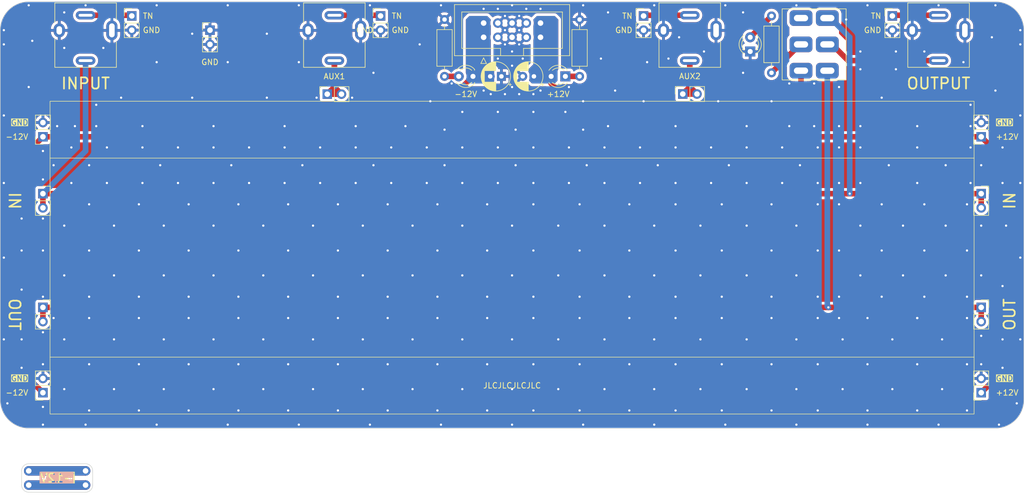
<source format=kicad_pcb>
(kicad_pcb (version 20221018) (generator pcbnew)
  (layers (0 "F.Cu" signal) (31 "B.Cu" signal) (34 "B.Paste" user) (35 "F.Paste" user) (36 "B.SilkS" user "B.Silkscreen") (37 "F.SilkS" user "F.Silkscreen") (38 "B.Mask" user) (39 "F.Mask" user) (44 "Edge.Cuts" user))
  (net 0 "")
  (net 1 "+12V")
  (net 2 "GND")
  (net 3 "-12V")
  (net 4 "Net-(D1-K)")
  (net 5 "/1x Breadboard (Eurorack Power)/TN_IN")
  (net 6 "/1x Breadboard (Eurorack Power)/TN_OUT")
  (net 7 "/1x Breadboard (Eurorack Power)/AUX1")
  (net 8 "/1x Breadboard (Eurorack Power)/TN_AUX1")
  (net 9 "/1x Breadboard (Eurorack Power)/AUX2")
  (net 10 "/1x Breadboard (Eurorack Power)/TN_AUX2")
  (net 11 "/1x Breadboard (Eurorack Power)/INPUT")
  (net 12 "/1x Breadboard (Eurorack Power)/OUTPUT")
  (net 13 "/1x Breadboard (Eurorack Power)/TO_OUT")
  (net 14 "Net-(D2-A)")
  (net 15 "Net-(D3-A)")
  (net 16 "/1x Breadboard (Eurorack Power)/EN")
  (net 18 "Net-(J16-Pin_1)")
  (net 19 "Net-(J16-Pin_2)")
  (footprint "Connector_PinSocket_2.54mm:PinSocket_1x02_P2.54mm_Vertical" (layer "F.Cu") (at 68.58 125.73 180)
    (fp_text reference "J9" hide)
    (fp_text value "-12V")
  )
  (footprint "Connector_PinSocket_2.54mm:PinSocket_1x02_P2.54mm_Vertical" (layer "F.Cu") (at 236.22 110.49)
    (fp_text reference "J13" hide)
    (fp_text value "OUT")
  )
  (footprint "Connector_PinSocket_2.54mm:PinSocket_1x02_P2.54mm_Vertical" (layer "F.Cu") (at 236.22 125.73 180)
    (fp_text reference "J7" hide)
    (fp_text value "+12V")
  )
  (footprint "Connector_PinHeader_2.54mm:PinHeader_1x02_P2.54mm_Vertical" (layer "F.Cu") (at 84.455 58.42)
    (fp_text reference "JP1" hide)
    (fp_text value "TN_GND" hide)
  )
  (footprint "Connector_PinHeader_2.54mm:PinHeader_1x02_P2.54mm_Vertical" (layer "F.Cu") (at 220.345 58.42)
    (fp_text reference "JP2" hide)
    (fp_text value "TN_GND" hide)
  )
  (footprint "audio_breadboard:PinSocket_1x02_P2.54mm_Vertical" (layer "F.Cu") (at 66.04 139.7)
    (fp_text reference "J16" hide)
    (fp_text value "Jumper" hide)
  )
  (footprint "Capacitor_THT:CP_Radial_D5.0mm_P2.00mm" (layer "F.Cu") (at 150.495 69.215 180)
    (fp_text reference "C2" hide)
    (fp_text value "100uF" hide)
  )
  (footprint "Connector_PinHeader_2.54mm:PinHeader_1x02_P2.54mm_Vertical" (layer "F.Cu") (at 175.895 58.42)
    (fp_text reference "JP4" hide)
    (fp_text value "TN_GND" hide)
  )
  (footprint "Connector_PinSocket_2.54mm:PinSocket_1x02_P2.54mm_Vertical" (layer "F.Cu") (at 119.38 72.39 90)
    (fp_text reference "J14" hide)
    (fp_text value "AUX1")
  )
  (footprint "LED_THT:LED_D3.0mm" (layer "F.Cu") (at 194.945 64.77 90)
    (fp_text reference "D3" hide)
    (fp_text value "ENABLE" hide)
  )
  (footprint "Connector_PinHeader_2.54mm:PinHeader_1x02_P2.54mm_Vertical" (layer "F.Cu") (at 128.905 58.42)
    (fp_text reference "JP3" hide)
    (fp_text value "TN_GND" hide)
  )
  (footprint "kosmo-lib:Jack_3.5mm_QingPu_WQP-PJ301BM" (layer "F.Cu") (at 228.6 61.595 180)
    (fp_text reference "J3" hide)
    (fp_text value "OUTPUT")
  )
  (footprint "audio_breadboard:PinSocket_1x02_P2.54mm_Vertical" (layer "F.Cu") (at 76.2 139.7)
    (fp_text reference "J17" hide)
    (fp_text value "Jumper" hide)
  )
  (footprint "Connector_PinSocket_2.54mm:PinSocket_1x02_P2.54mm_Vertical" (layer "F.Cu") (at 68.58 80.01 180)
    (fp_text reference "J8" hide)
    (fp_text value "-12V")
  )
  (footprint "Connector_IDC:IDC-Header_2x05_P2.54mm_Vertical" (layer "F.Cu") (at 147.32 62.23 90)
    (fp_text reference "J1" hide)
    (fp_text value "EURO POWER" hide)
  )
  (footprint "LED_THT:LED_D3.0mm" (layer "F.Cu") (at 145.415 69.215 180)
    (fp_text reference "D2" hide)
    (fp_text value "-12V")
  )
  (footprint "kosmo-lib:Jack_3.5mm_QingPu_WQP-PJ301BM" (layer "F.Cu") (at 184.15 61.595 180)
    (fp_text reference "J5" hide)
    (fp_text value "AUX2")
  )
  (footprint "kosmo-lib:Switch_DPDT" (layer "F.Cu") (at 206.375 63.5)
    (fp_text reference "SW1" hide)
    (fp_text value "SW_DPDT_x2")
  )
  (footprint "kosmo-lib:Jack_3.5mm_QingPu_WQP-PJ301BM" (layer "F.Cu") (at 76.2 61.595 180)
    (fp_text reference "J2" hide)
    (fp_text value "INPUT")
  )
  (footprint "kosmo-lib:Jack_3.5mm_QingPu_WQP-PJ301BM" (layer "F.Cu") (at 120.65 61.595 180)
    (fp_text reference "J4" hide)
    (fp_text value "AUX1")
  )
  (footprint "Connector_PinSocket_2.54mm:PinSocket_1x02_P2.54mm_Vertical" (layer "F.Cu") (at 68.58 110.49)
    (fp_text reference "J12" hide)
    (fp_text value "OUT")
  )
  (footprint "LED_THT:LED_D3.0mm" (layer "F.Cu") (at 161.925 69.215 180)
    (fp_text reference "D1" hide)
    (fp_text value "+12V")
  )
  (footprint "Connector_PinSocket_2.54mm:PinSocket_1x02_P2.54mm_Vertical" (layer "F.Cu") (at 236.22 80.01 180)
    (fp_text reference "J6" hide)
    (fp_text value "+12V")
  )
  (footprint "Connector_PinHeader_2.54mm:PinHeader_1x02_P2.54mm_Vertical" (layer "F.Cu") (at 98.425 60.96)
    (fp_text reference "J18" hide)
    (fp_text value "GND")
  )
  (footprint "Resistor_THT:R_Axial_DIN0207_L6.3mm_D2.5mm_P10.16mm_Horizontal" (layer "F.Cu") (at 198.755 68.58 90)
    (fp_text reference "R3" hide)
    (fp_text value "1k2" hide)
  )
  (footprint "Connector_PinSocket_2.54mm:PinSocket_1x02_P2.54mm_Vertical" (layer "F.Cu") (at 182.9 72.365 90)
    (fp_text reference "J15" hide)
    (fp_text value "AUX2")
  )
  (footprint "Capacitor_THT:CP_Radial_D5.0mm_P2.00mm" (layer "F.Cu") (at 156.305 69.215 180)
    (fp_text reference "C1" hide)
    (fp_text value "100uF" hide)
  )
  (footprint "kosmo-lib:Breadboard" (layer "F.Cu") (at 152.4 101.6)
    (fp_text reference "B1" hide)
    (fp_text value "~" hide)
  )
  (footprint "Connector_PinSocket_2.54mm:PinSocket_1x02_P2.54mm_Vertical" (layer "F.Cu") (at 236.22 90.17)
    (fp_text reference "J11" hide)
    (fp_text value "IN")
  )
  (footprint "Connector_PinSocket_2.54mm:PinSocket_1x02_P2.54mm_Vertical" (layer "F.Cu") (at 68.58 90.17)
    (fp_text reference "J10" hide)
    (fp_text value "IN")
  )
  (footprint "Resistor_THT:R_Axial_DIN0207_L6.3mm_D2.5mm_P10.16mm_Horizontal" (layer "F.Cu") (at 164.465 69.215 90)
    (fp_text reference "R1" hide)
    (fp_text value "1k2" hide)
  )
  (footprint "Resistor_THT:R_Axial_DIN0207_L6.3mm_D2.5mm_P10.16mm_Horizontal" (layer "F.Cu") (at 140.335 59.055 -90)
    (fp_text reference "R2" hide)
    (fp_text value "1k2" hide)
  )
  (gr_arc (start 64.77 139.7) (mid 65.141974 138.801974) (end 66.04 138.43) (stroke (width 0.1)) (layer "Edge.Cuts"))
  (gr_line (start 60.96 127) (end 60.96 60.96) (stroke (width 0.1)) (layer "Edge.Cuts"))
  (gr_arc (start 238.760002 55.879998) (mid 242.352104 57.367896) (end 243.840002 60.959998) (stroke (width 0.1)) (layer "Edge.Cuts"))
  (gr_arc (start 76.2 138.43) (mid 77.098026 138.801974) (end 77.47 139.7) (stroke (width 0.1)) (layer "Edge.Cuts"))
  (gr_line (start 66.04 132.08) (end 238.76 132.08) (stroke (width 0.1)) (layer "Edge.Cuts"))
  (gr_line (start 64.77 142.24) (end 64.77 139.7) (stroke (width 0.1)) (layer "Edge.Cuts"))
  (gr_line (start 66.04 55.88) (end 238.760002 55.879998) (stroke (width 0.1)) (layer "Edge.Cuts"))
  (gr_arc (start 77.47 142.24) (mid 77.098026 143.138026) (end 76.2 143.51) (stroke (width 0.1)) (layer "Edge.Cuts"))
  (gr_line (start 243.839998 127.000001) (end 243.84 60.959999) (stroke (width 0.1)) (layer "Edge.Cuts"))
  (gr_arc (start 66.04 132.08) (mid 62.447898 130.592102) (end 60.96 127) (stroke (width 0.1)) (layer "Edge.Cuts"))
  (gr_arc (start 66.04 143.51) (mid 65.141974 143.138026) (end 64.77 142.24) (stroke (width 0.1)) (layer "Edge.Cuts"))
  (gr_line (start 66.04 138.43) (end 76.2 138.43) (stroke (width 0.1)) (layer "Edge.Cuts"))
  (gr_arc (start 60.96 60.96) (mid 62.447898 57.367898) (end 66.04 55.88) (stroke (width 0.1)) (layer "Edge.Cuts"))
  (gr_arc (start 243.84 127) (mid 242.352102 130.592102) (end 238.76 132.08) (stroke (width 0.1)) (layer "Edge.Cuts"))
  (gr_line (start 77.47 139.7) (end 77.47 142.24) (stroke (width 0.1)) (layer "Edge.Cuts"))
  (gr_line (start 76.2 143.51) (end 66.04 143.51) (stroke (width 0.1)) (layer "Edge.Cuts"))
  (gr_text "-12V" (at 71.12 140.97) (layer "B.SilkS" knockout) (effects (font (size 1.5 1.5) (thickness 0.25)) (justify mirror)))
  (gr_text "GND" (at 86.36 60.96) (layer "F.SilkS") (effects (font (size 1 1)) (justify left)))
  (gr_text "JLCJLCJLCJLC" (at 152.4 124.46) (layer "F.SilkS") (effects (font (size 1 1))))
  (gr_text "TN" (at 173.99 58.42) (layer "F.SilkS") (effects (font (size 1 1)) (justify right)))
  (gr_text "GND" (at 130.81 60.96) (layer "F.SilkS") (effects (font (size 1 1)) (justify left)))
  (gr_text "GND" (at 218.44 60.96) (layer "F.SilkS") (effects (font (size 1 1)) (justify right)))
  (gr_text "GND" (at 66.04 77.47) (layer "F.SilkS" knockout) (effects (font (size 1 1)) (justify right)))
  (gr_text "TN" (at 218.44 58.42) (layer "F.SilkS") (effects (font (size 1 1)) (justify right)))
  (gr_text "GND" (at 173.99 60.96) (layer "F.SilkS") (effects (font (size 1 1)) (justify right)))
  (gr_text "GND" (at 238.76 77.47) (layer "F.SilkS" knockout) (effects (font (size 1 1)) (justify left)))
  (gr_text "TN" (at 86.36 58.42) (layer "F.SilkS") (effects (font (size 1 1)) (justify left)))
  (gr_text "GND" (at 124.46 60.96) (layer "F.SilkS") (effects (font (size 1 1)) (justify left)))
  (gr_text "GND" (at 238.76 123.19) (layer "F.SilkS" knockout) (effects (font (size 1 1)) (justify left)))
  (gr_text "+12V" (at 71.12 140.97) (layer "F.SilkS" knockout) (effects (font (size 1.5 1.5) (thickness 0.25))))
  (gr_text "TN" (at 130.81 58.42) (layer "F.SilkS") (effects (font (size 1 1)) (justify left)))
  (gr_text "GND" (at 66.04 123.19) (layer "F.SilkS" knockout) (effects (font (size 1 1)) (justify right)))
  (segment (start 203.835 80.01) (end 168.907208 80.01) (width 1) (layer "F.Cu") (net 1))
  (segment (start 204.0255 79.8195) (end 203.835 80.01) (width 1) (layer "F.Cu") (net 1))
  (segment (start 236.22 80.01) (end 203.835 80.01) (width 1) (layer "F.Cu") (net 1))
  (segment (start 238.125 81.915) (end 238.125 123.825) (width 1) (layer "F.Cu") (net 1))
  (segment (start 236.22 80.01) (end 238.125 81.915) (width 1) (layer "F.Cu") (net 1))
  (segment (start 168.907208 80.01) (end 159.385 70.487792) (width 1) (layer "F.Cu") (net 1))
  (segment (start 204.0255 68.199) (end 204.0255 79.8195) (width 1) (layer "F.Cu") (net 1))
  (segment (start 159.385 70.487792) (end 159.385 69.215) (width 1) (layer "F.Cu") (net 1))
  (segment (start 238.125 123.825) (end 236.22 125.73) (width 1) (layer "F.Cu") (net 1))
  (via (at 164.465 112.395) (size 0.8) (drill 0.4) (layers "F.Cu" "B.Cu") (net 2))
  (via (at 143.51 116.205) (size 0.8) (drill 0.4) (layers "F.Cu" "B.Cu") (net 2))
  (via (at 178.435 85.09) (size 0.8) (drill 0.4) (layers "F.Cu" "B.Cu") (net 2))
  (via (at 153.67 63.5) (size 0.8) (drill 0.4) (layers "F.Cu" "B.Cu") (net 2))
  (via (at 238.76 71.755) (size 0.8) (drill 0.4) (layers "F.Cu" "B.Cu") (net 2))
  (via (at 181.61 100.33) (size 0.8) (drill 0.4) (layers "F.Cu" "B.Cu") (net 2))
  (via (at 68.58 108.585) (size 0.8) (drill 0.4) (layers "F.Cu" "B.Cu") (net 2))
  (via (at 233.045 66.675) (size 0.8) (drill 0.4) (layers "F.Cu" "B.Cu") (net 2))
  (via (at 181.61 120.65) (size 0.8) (drill 0.4) (layers "F.Cu" "B.Cu") (net 2))
  (via (at 130.175 92.075) (size 0.8) (drill 0.4) (layers "F.Cu" "B.Cu") (net 2))
  (via (at 194.31 88.265) (size 0.8) (drill 0.4) (layers "F.Cu" "B.Cu") (net 2))
  (via (at 80.01 81.915) (size 0.8) (drill 0.4) (layers "F.Cu" "B.Cu") (net 2))
  (via (at 112.395 108.585) (size 0.8) (drill 0.4) (layers "F.Cu" "B.Cu") (net 2))
  (via (at 175.26 81.915) (size 0.8) (drill 0.4) (layers "F.Cu" "B.Cu") (net 2))
  (via (at 99.06 116.205) (size 0.8) (drill 0.4) (layers "F.Cu" "B.Cu") (net 2))
  (via (at 149.86 81.915) (size 0.8) (drill 0.4) (layers "F.Cu" "B.Cu") (net 2))
  (via (at 173.355 100.33) (size 0.8) (drill 0.4) (layers "F.Cu" "B.Cu") (net 2))
  (via (at 143.51 75.565) (size 0.8) (drill 0.4) (layers "F.Cu" "B.Cu") (net 2))
  (via (at 207.01 88.265) (size 0.8) (drill 0.4) (layers "F.Cu" "B.Cu") (net 2))
  (via (at 157.48 71.755) (size 0.8) (drill 0.4) (layers "F.Cu" "B.Cu") (net 2))
  (via (at 181.61 92.075) (size 0.8) (drill 0.4) (layers "F.Cu" "B.Cu") (net 2))
  (via (at 168.91 116.205) (size 0.8) (drill 0.4) (layers "F.Cu" "B.Cu") (net 2))
  (via (at 101.6 66.675) (size 0.8) (drill 0.4) (layers "F.Cu" "B.Cu") (net 2))
  (via (at 103.505 108.585) (size 0.8) (drill 0.4) (layers "F.Cu" "B.Cu") (net 2))
  (via (at 121.285 120.65) (size 0.8) (drill 0.4) (layers "F.Cu" "B.Cu") (net 2))
  (via (at 143.51 88.265) (size 0.8) (drill 0.4) (layers "F.Cu" "B.Cu") (net 2))
  (via (at 134.62 116.205) (size 0.8) (drill 0.4) (layers "F.Cu" "B.Cu") (net 2))
  (via (at 210.82 78.105) (size 0.8) (drill 0.4) (layers "F.Cu" "B.Cu") (net 2))
  (via (at 170.815 71.755) (size 0.8) (drill 0.4) (layers "F.Cu" "B.Cu") (net 2))
  (via (at 156.21 112.395) (size 0.8) (drill 0.4) (layers "F.Cu" "B.Cu") (net 2))
  (via (at 152.4 67.31) (size 0.8) (drill 0.4) (layers "F.Cu" "B.Cu") (net 2))
  (via (at 90.17 125.095) (size 0.8) (drill 0.4) (layers "F.Cu" "B.Cu") (net 2))
  (via (at 130.175 128.905) (size 0.8) (drill 0.4) (layers "F.Cu" "B.Cu") (net 2))
  (via (at 233.68 120.65) (size 0.8) (drill 0.4) (layers "F.Cu" "B.Cu") (net 2))
  (via (at 154.305 66.04) (size 0.8) (drill 0.4) (layers "F.Cu" "B.Cu") (net 2))
  (via (at 236.22 115.57) (size 0.8) (drill 0.4) (layers "F.Cu" "B.Cu") (net 2))
  (via (at 164.465 100.33) (size 0.8) (drill 0.4) (layers "F.Cu" "B.Cu") (net 2))
  (via (at 127 131.445) (size 0.8) (drill 0.4) (layers "F.Cu" "B.Cu") (net 2))
  (via (at 99.06 95.885) (size 0.8) (drill 0.4) (layers "F.Cu" "B.Cu") (net 2))
  (via (at 175.26 88.265) (size 0.8) (drill 0.4) (layers "F.Cu" "B.Cu") (net 2))
  (via (at 89.535 85.09) (size 0.8) (drill 0.4) (layers "F.Cu" "B.Cu") (net 2))
  (via (at 72.39 125.095) (size 0.8) (drill 0.4) (layers "F.Cu" "B.Cu") (net 2))
  (via (at 198.755 120.65) (size 0.8) (drill 0.4) (layers "F.Cu" "B.Cu") (net 2))
  (via (at 153.035 78.74) (size 0.8) (drill 0.4) (layers "F.Cu" "B.Cu") (net 2))
  (via (at 78.105 78.105) (size 0.8) (drill 0.4) (layers "F.Cu" "B.Cu") (net 2))
  (via (at 153.035 85.09) (size 0.8) (drill 0.4) (layers "F.Cu" "B.Cu") (net 2))
  (via (at 207.01 92.075) (size 0.8) (drill 0.4) (layers "F.Cu" "B.Cu") (net 2))
  (via (at 198.755 108.585) (size 0.8) (drill 0.4) (layers "F.Cu" "B.Cu") (net 2))
  (via (at 64.77 116.205) (size 0.8) (drill 0.4) (layers "F.Cu" "B.Cu") (net 2))
  (via (at 198.755 100.33) (size 0.8) (drill 0.4) (layers "F.Cu" "B.Cu") (net 2))
  (via (at 224.79 120.65) (size 0.8) (drill 0.4) (layers "F.Cu" "B.Cu") (net 2))
  (via (at 149.86 88.265) (size 0.8) (drill 0.4) (layers "F.Cu" "B.Cu") (net 2))
  (via (at 186.055 104.775) (size 0.8) (drill 0.4) (layers "F.Cu" "B.Cu") (net 2))
  (via (at 116.84 116.205) (size 0.8) (drill 0.4) (layers "F.Cu" "B.Cu") (net 2))
  (via (at 186.055 125.095) (size 0.8) (drill 0.4) (layers "F.Cu" "B.Cu") (net 2))
  (via (at 111.76 78.105) (size 0.8) (drill 0.4) (layers "F.Cu" "B.Cu") (net 2))
  (via (at 190.5 56.515) (size 0.8) (drill 0.4) (layers "F.Cu" "B.Cu") (net 2))
  (via (at 61.595 88.265) (size 0.8) (drill 0.4) (layers "F.Cu" "B.Cu") (net 2))
  (via (at 169.545 78.105) (size 0.8) (drill 0.4) (layers "F.Cu" "B.Cu") (net 2))
  (via (at 72.39 116.205) (size 0.8) (drill 0.4) (layers "F.Cu" "B.Cu") (net 2))
  (via (at 180.34 66.04) (size 0.8) (drill 0.4) (layers "F.Cu" "B.Cu") (net 2))
  (via (at 222.25 95.885) (size 0.8) (drill 0.4) (layers "F.Cu" "B.Cu") (net 2))
  (via (at 240.03 88.265) (size 0.8) (drill 0.4) (layers "F.Cu" "B.Cu") (net 2))
  (via (at 152.4 95.885) (size 0.8) (drill 0.4) (layers "F.Cu" "B.Cu") (net 2))
  (via (at 147.955 112.395) (size 0.8) (drill 0.4) (layers "F.Cu" "B.Cu") (net 2))
  (via (at 168.91 88.265) (size 0.8) (drill 0.4) (layers "F.Cu" "B.Cu") (net 2))
  (via (at 173.355 128.905) (size 0.8) (drill 0.4) (layers "F.Cu" "B.Cu") (net 2))
  (via (at 86.36 81.915) (size 0.8) (drill 0.4) (layers "F.Cu" "B.Cu") (net 2))
  (via (at 68.58 87.63) (size 0.8) (drill 0.4) (layers "F.Cu" "B.Cu") (net 2))
  (via (at 68.58 94.615) (size 0.8) (drill 0.4) (layers "F.Cu" "B.Cu") (net 2))
  (via (at 127.635 68.58) (size 0.8) (drill 0.4) (layers "F.Cu" "B.Cu") (net 2))
  (via (at 224.79 81.915) (size 0.8) (drill 0.4) (layers "F.Cu" "B.Cu") (net 2))
  (via (at 186.055 116.205) (size 0.8) (drill 0.4) (layers "F.Cu" "B.Cu") (net 2))
  (via (at 72.39 57.785) (size 0.8) (drill 0.4) (layers "F.Cu" "B.Cu") (net 2))
  (via (at 152.4 125.095) (size 0.8) (drill 0.4) (layers "F.Cu" "B.Cu") (net 2))
  (via (at 162.56 71.12) (size 0.8) (drill 0.4) (layers "F.Cu" "B.Cu") (net 2))
  (via (at 130.175 120.65) (size 0.8) (drill 0.4) (layers "F.Cu" "B.Cu") (net 2))
  (via (at 124.46 81.915) (size 0.8) (drill 0.4) (layers "F.Cu" "B.Cu") (net 2))
  (via (at 88.9 66.675) (size 0.8) (drill 0.4) (layers "F.Cu" "B.Cu") (net 2))
  (via (at 70.485 112.395) (size 0.8) (drill 0.4) (layers "F.Cu" "B.Cu") (net 2))
  (via (at 61.595 116.205) (size 0.8) (drill 0.4) (layers "F.Cu" "B.Cu") (net 2))
  (via (at 240.03 116.205) (size 0.8) (drill 0.4) (layers "F.Cu" "B.Cu") (net 2))
  (via (at 68.58 128.27) (size 0.8) (drill 0.4) (layers "F.Cu" "B.Cu") (net 2))
  (via (at 112.395 100.33) (size 0.8) (drill 0.4) (layers "F.Cu" "B.Cu") (net 2))
  (via (at 224.79 78.105) (size 0.8) (drill 0.4) (layers "F.Cu" "B.Cu") (net 2))
  (via (at 73.66 81.915) (size 0.8) (drill 0.4) (layers "F.Cu" "B.Cu") (net 2))
  (via (at 94.615 112.395) (size 0.8) (drill 0.4) (layers "F.Cu" "B.Cu") (net 2))
  (via (at 177.8 104.775) (size 0.8) (drill 0.4) (layers "F.Cu" "B.Cu") (net 2))
  (via (at 228.6 56.515) (size 0.8) (drill 0.4) (layers "F.Cu" "B.Cu") (net 2))
  (via (at 95.25 61.595) (size 0.8) (drill 0.4) (layers "F.Cu" "B.Cu") (net 2))
  (via (at 64.77 121.285) (size 0.8) (drill 0.4) (layers "F.Cu" "B.Cu") (net 2))
  (via (at 139.065 100.33) (size 0.8) (drill 0.4) (layers "F.Cu" "B.Cu") (net 2))
  (via (at 68.58 114.935) (size 0.8) (drill 0.4) (layers "F.Cu" "B.Cu") (net 2))
  (via (at 194.31 95.885) (size 0.8) (drill 0.4) (layers "F.Cu" "B.Cu") (net 2))
  (via (at 165.1 73.66) (size 0.8) (drill 0.4) (layers "F.Cu" "B.Cu") (net 2))
  (via (at 226.06 64.77) (size 0.8) (drill 0.4) (layers "F.Cu" "B.Cu") (net 2))
  (via (at 121.285 92.075) (size 0.8) (drill 0.4) (layers "F.Cu" "B.Cu") (net 2))
  (via (at 219.71 85.09) (size 0.8) (drill 0.4) (layers "F.Cu" "B.Cu") (net 2))
  (via (at 143.51 81.915) (size 0.8) (drill 0.4) (layers "F.Cu" "B.Cu") (net 2))
  (via (at 61.595 63.5) (size 0.8) (drill 0.4) (layers "F.Cu" "B.Cu") (net 2))
  (via (at 215.9 120.65) (size 0.8) (drill 0.4) (layers "F.Cu" "B.Cu") (net 2))
  (via (at 175.895 73.66) (size 0.8) (drill 0.4) (layers "F.Cu" "B.Cu") (net 2))
  (via (at 99.06 104.775) (size 0.8) (drill 0.4) (layers "F.Cu" "B.Cu") (net 2))
  (via (at 194.31 78.105) (size 0.8) (drill 0.4) (layers "F.Cu" "B.Cu") (net 2))
  (via (at 236.22 95.885) (size 0.8) (drill 0.4) (layers "F.Cu" "B.Cu") (net 2))
  (via (at 229.235 125.095) (size 0.8) (drill 0.4) (layers "F.Cu" "B.Cu") (net 2))
  (via (at 68.58 100.33) (size 0.8) (drill 0.4) (layers "F.Cu" "B.Cu") (net 2))
  (via (at 125.73 125.095) (size 0.8) (drill 0.4) (layers "F.Cu" "B.Cu") (net 2))
  (via (at 168.275 66.04) (size 0.8) (drill 0.4) (layers "F.Cu" "B.Cu") (net 2))
  (via (at 201.93 70.485) (size 0.8) (drill 0.4) (layers "F.Cu" "B.Cu") (net 2))
  (via (at 243.205 88.265) (size 0.8) (drill 0.4) (layers "F.Cu" "B.Cu") (net 2))
  (via (at 160.655 125.095) (size 0.8) (drill 0.4) (layers "F.Cu" "B.Cu") (net 2))
  (via (at 133.35 78.105) (size 0.8) (drill 0.4) (layers "F.Cu" "B.Cu") (net 2))
  (via (at 198.755 73.66) (size 0.8) (drill 0.4) (layers "F.Cu" "B.Cu") (net 2))
  (via (at 214.63 104.775) (size 0.8) (drill 0.4) (layers "F.Cu" "B.Cu") (net 2))
  (via (at 164.465 108.585) (size 0.8) (drill 0.4) (layers "F.Cu" "B.Cu") (net 2))
  (via (at 99.06 88.265) (size 0.8) (drill 0.4) (layers "F.Cu" "B.Cu") (net 2))
  (via (at 121.285 128.905) (size 0.8) (drill 0.4) (layers "F.Cu" "B.Cu") (net 2))
  (via (at 85.725 92.075) (size 0.8) (drill 0.4) (layers "F.Cu" "B.Cu") (net 2))
  (via (at 125.73 104.775) (size 0.8) (drill 0.4) (layers "F.Cu" "B.Cu") (net 2))
  (via (at 233.68 112.395) (size 0.8) (drill 0.4) (layers "F.Cu" "B.Cu") (net 2))
  (via (at 226.06 92.075) (size 0.8) (drill 0.4) (layers "F.Cu" "B.Cu") (net 2))
  (via (at 211.455 125.095) (size 0.8) (drill 0.4) (layers "F.Cu" "B.Cu") (net 2))
  (via (at 187.96 88.265) (size 0.8) (drill 0.4) (layers "F.Cu" "B.Cu") (net 2))
  (via (at 194.31 81.915) (size 0.8) (drill 0.4) (layers "F.Cu" "B.Cu") (net 2))
  (via (at 173.355 92.075) (size 0.8) (drill 0.4) (layers "F.Cu" "B.Cu") (net 2))
  (via (at 82.55 73.025) (size 0.8) (drill 0.4) (layers "F.Cu" "B.Cu") (net 2))
  (via (at 168.91 104.775) (size 0.8) (drill 0.4) (layers "F.Cu" "B.Cu") (net 2))
  (via (at 134.62 95.885) (size 0.8) (drill 0.4) (layers "F.Cu" "B.Cu") (net 2))
  (via (at 224.79 112.395) (size 0.8) (drill 0.4) (layers "F.Cu" "B.Cu") (net 2))
  (via (at 240.665 95.885) (size 0.8) (drill 0.4) (layers "F.Cu" "B.Cu") (net 2))
  (via (at 112.395 128.905) (size 0.8) (drill 0.4) (layers "F.Cu" "B.Cu") (net 2))
  (via (at 147.32 71.755) (size 0.8) (drill 0.4) (layers "F.Cu" "B.Cu") (net 2))
  (via (at 147.955 120.65) (size 0.8) (drill 0.4) (layers "F.Cu" "B.Cu") (net 2))
  (via (at 76.835 92.075) (size 0.8) (drill 0.4) (layers "F.Cu" "B.Cu") (net 2))
  (via (at 211.455 116.205) (size 0.8) (drill 0.4) (layers "F.Cu" "B.Cu") (net 2))
  (via (at 92.71 81.915) (size 0.8) (drill 0.4) (layers "F.Cu" "B.Cu") (net 2))
  (via (at 66.04 71.12) (size 0.8) (drill 0.4) (layers "F.Cu" "B.Cu") (net 2))
  (via (at 105.41 81.915) (size 0.8) (drill 0.4) (layers "F.Cu" "B.Cu") (net 2))
  (via (at 152.4 71.12) (size 0.8) (drill 0.4) (layers "F.Cu" "B.Cu") (net 2))
  (via (at 101.6 131.445) (size 0.8) (drill 0.4) (layers "F.Cu" "B.Cu") (net 2))
  (via (at 162.56 88.265) (size 0.8) (drill 0.4) (layers "F.Cu" "B.Cu") (net 2))
  (via (at 74.295 78.105) (size 0.8) (drill 0.4) (layers "F.Cu" "B.Cu") (net 2))
  (via (at 200.66 88.265) (size 0.8) (drill 0.4) (layers "F.Cu" "B.Cu") (net 2))
  (via (at 215.9 131.445) (size 0.8) (drill 0.4) (layers "F.Cu" "B.Cu") (net 2))
  (via (at 125.73 116.205) (size 0.8) (drill 0.4) (layers "F.Cu" "B.Cu") (net 2))
  (via (at 222.25 104.775) (size 0.8) (drill 0.4) (layers "F.Cu" "B.Cu") (net 2))
  (via (at 243.205 116.205) (size 0.8) (drill 0.4) (layers "F.Cu" "B.Cu") (net 2))
  (via (at 173.355 108.585) (size 0.8) (drill 0.4) (layers "F.Cu" "B.Cu") (net 2))
  (via (at 173.355 112.395) (size 0.8) (drill 0.4) (layers "F.Cu" "B.Cu") (net 2))
  (via (at 101.6 56.515) (size 0.8) (drill 0.4) (layers "F.Cu" "B.Cu") (net 2))
  (via (at 210.82 71.12) (size 0.8) (drill 0.4) (layers "F.Cu" "B.Cu") (net 2))
  (via (at 206.375 78.105) (size 0.8) (drill 0.4) (layers "F.Cu" "B.Cu") (net 2))
  (via (at 224.79 112.395) (size 0.8) (drill 0.4) (layers "F.Cu" "B.Cu") (net 2))
  (via (at 156.21 120.65) (size 0.8) (drill 0.4) (layers "F.Cu" "B.Cu") (net 2))
  (via (at 214.63 78.105) (size 0.8) (drill 0.4) (layers "F.Cu" "B.Cu") (net 2))
  (via (at 103.505 100.33) (size 0.8) (drill 0.4) (layers "F.Cu" "B.Cu") (net 2))
  (via (at 240.03 81.915) (size 0.8) (drill 0.4) (layers "F.Cu" "B.Cu") (net 2))
  (via (at 220.345 116.205) (size 0.8) (drill 0.4) (layers "F.Cu" "B.Cu") (net 2))
  (via (at 228.6 131.445) (size 0.8) (drill 0.4) (layers "F.Cu" "B.Cu") (net 2))
  (via (at 147.32 57.15) (size 0.8) (drill 0.4) (layers "F.Cu" "B.Cu") (net 2))
  (via (at 149.86 66.04) (size 0.8) (drill 0.4) (layers "F.Cu" "B.Cu") (net 2))
  (via (at 243.205 76.2) (size 0.8) (drill 0.4) (layers "F.Cu" "B.Cu") (net 2))
  (via (at 79.375 64.135) (size 0.8) (drill 0.4) (layers "F.Cu" "B.Cu") (net 2))
  (via (at 81.28 104.775) (size 0.8) (drill 0.4) (layers "F.Cu" "B.Cu") (net 2))
  (via (at 76.835 85.09) (size 0.8) (drill 0.4) (layers "F.Cu" "B.Cu") (net 2))
  (via (at 177.8 131.445) (size 0.8) (drill 0.4) (layers "F.Cu" "B.Cu") (net 2))
  (via (at 90.17 116.205) (size 0.8) (drill 0.4) (layers "F.Cu" "B.Cu") (net 2))
  (via (at 198.755 128.905) (size 0.8) (drill 0.4) (layers "F.Cu" "B.Cu") (net 2))
  (via (at 239.395 131.445) (size 0.8) (drill 0.4) (layers "F.Cu" "B.Cu") (net 2))
  (via (at 121.285 112.395) (size 0.8) (drill 0.4) (layers "F.Cu" "B.Cu") (net 2))
  (via (at 88.9 56.515) (size 0.8) (drill 0.4) (layers "F.Cu" "B.Cu") (net 2))
  (via (at 156.21 108.585) (size 0.8) (drill 0.4) (layers "F.Cu" "B.Cu") (net 2))
  (via (at 164.465 120.65) (size 0.8) (drill 0.4) (layers "F.Cu" "B.Cu") (net 2))
  (via (at 224.79 128.905) (size 0.8) (drill 0.4) (layers "F.Cu" "B.Cu") (net 2))
  (via (at 76.2 56.515) (size 0.8) (drill 0.4) (layers "F.Cu" "B.Cu") (net 2))
  (via (at 99.06 81.915) (size 0.8) (drill 0.4) (layers "F.Cu" "B.Cu") (net 2))
  (via (at 152.4 116.205) (size 0.8) (drill 0.4) (layers "F.Cu" "B.Cu") (net 2))
  (via (at 139.7 131.445) (size 0.8) (drill 0.4) (layers "F.Cu" "B.Cu") (net 2))
  (via (at 130.175 108.585) (size 0.8) (drill 0.4) (layers "F.Cu" "B.Cu") (net 2))
  (via (at 64.77 107.315) (size 0.8) (drill 0.4) (layers "F.Cu" "B.Cu") (net 2))
  (via (at 111.76 88.265) (size 0.8) (drill 0.4) (layers "F.Cu" "B.Cu") (net 2))
  (via (at 151.13 63.5) (size 0.8) (drill 0.4) (layers "F.Cu" "B.Cu") (net 2))
  (via (at 135.89 63.5) (size 0.8) (drill 0.4) (layers "F.Cu" "B.Cu") (net 2))
  (via (at 103.505 92.075) (size 0.8) (drill 0.4) (layers "F.Cu" "B.Cu") (net 2))
  (via (at 224.79 88.265) (size 0.8) (drill 0.4) (layers "F.Cu" "B.Cu") (net 2))
  (via (at 234.315 78.105) (size 0.8) (drill 0.4) (layers "F.Cu" "B.Cu") (net 2))
  (via (at 181.61 81.915) (size 0.8) (drill 0.4) (layers "F.Cu" "B.Cu") (net 2))
  (via (at 152.4 131.445) (size 0.8) (drill 0.4) (layers "F.Cu" "B.Cu") (net 2))
  (via (at 215.9 112.395) (size 0.8) (drill 0.4) (layers "F.Cu" "B.Cu") (net 2))
  (via (at 76.835 120.65) (size 0.8) (drill 0.4) (layers "F.Cu" "B.Cu") (net 2))
  (via (at 149.86 75.565) (size 0.8) (drill 0.4) (layers "F.Cu" "B.Cu") (net 2))
  (via (at 64.77 94.615) (size 0.8) (drill 0.4) (layers "F.Cu" "B.Cu") (net 2))
  (via (at 62.23 127.635) (size 0.8) (drill 0.4) (layers "F.Cu" "B.Cu") (net 2))
  (via (at 86.36 88.265) (size 0.8) (drill 0.4) (layers "F.Cu" "B.Cu") (net 2))
  (via (at 229.87 104.775) (size 0.8) (drill 0.4) (layers "F.Cu" "B.Cu") (net 2))
  (via (at 153.67 60.96) (size 0.8) (drill 0.4) (layers "F.Cu" "B.Cu") (net 2))
  (via (at 233.68 92.075) (size 0.8) (drill 0.4) (layers "F.Cu" "B.Cu") (net 2))
  (via (at 125.73 95.885) (size 0.8) (drill 0.4) (layers "F.Cu" "B.Cu") (net 2))
  (via (at 81.28 125.095) (size 0.8) (drill 0.4) (layers "F.Cu" "B.Cu") (net 2))
  (via (at 182.245 62.23) (size 0.8) (drill 0.4) (layers "F.Cu" "B.Cu") (net 2))
  (via (at 76.835 108.585) (size 0.8) (drill 0.4) (layers "F.Cu" "B.Cu") (net 2))
  (via (at 116.84 104.775) (size 0.8) (drill 0.4) (layers "F.Cu" "B.Cu") (net 2))
  (via (at 61.595 101.6) (size 0.8) (drill 0.4) (layers "F.Cu" "B.Cu") (net 2))
  (via (at 68.58 131.445) (size 0.8) (drill 0.4) (layers "F.Cu" "B.Cu") (net 2))
  (via (at 95.25 73.025) (size 0.8) (drill 0.4) (layers "F.Cu" "B.Cu") (net 2))
  (via (at 141.605 70.485) (size 0.8) (drill 0.4) (layers "F.Cu" "B.Cu") (net 2))
  (via (at 152.4 56.515) (size 0.8) (drill 0.4) (layers "F.Cu" "B.Cu") (net 2))
  (via (at 139.065 108.585) (size 0.8) (drill 0.4) (layers "F.Cu" "B.Cu") (net 2))
  (via (at 156.21 128.905) (size 0.8) (drill 0.4) (layers "F.Cu" "B.Cu") (net 2))
  (via (at 203.2 131.445) (size 0.8) (drill 0.4) (layers "F.Cu" "B.Cu") (net 2))
  (via (at 234.315 81.915) (size 0.8) (drill 0.4) (layers "F.Cu" "B.Cu") (net 2))
  (via (at 206.375 70.485) (size 0.8) (drill 0.4) (layers "F.Cu" "B.Cu") (net 2))
  (via (at 114.935 85.09) (size 0.8) (drill 0.4) (layers "F.Cu" "B.Cu") (net 2))
  (via (at 153.67 58.42) (size 0.8) (drill 0.4) (layers "F.Cu" "B.Cu") (net 2))
  (via (at 193.675 57.785) (size 0.8) (drill 0.4) (layers "F.Cu" "B.Cu") (net 2))
  (via (at 242.57 127.635) (size 0.8) (drill 0.4) (layers "F.Cu" "B.Cu") (net 2))
  (via (at 181.61 88.265) (size 0.8) (drill 0.4) (layers "F.Cu" "B.Cu") (net 2))
  (via (at 149.86 57.15) (size 0.8) (drill 0.4) (layers "F.Cu" "B.Cu") (net 2))
  (via (at 121.285 108.585) (size 0.8) (drill 0.4) (layers "F.Cu" "B.Cu") (net 2))
  (via (at 177.8 56.515) (size 0.8) (drill 0.4) (layers "F.Cu" "B.Cu") (net 2))
  (via (at 181.61 78.105) (size 0.8) (drill 0.4) (layers "F.Cu" "B.Cu") (net 2))
  (via (at 234.315 74.295) (size 0.8) (drill 0.4) (layers "F.Cu" "B.Cu") (net 2))
  (via (at 76.835 112.395) (size 0.8) (drill 0.4) (layers "F.Cu" "B.Cu") (net 2))
  (via (at 207.01 120.65) (size 0.8) (drill 0.4) (layers "F.Cu" "B.Cu") (net 2))
  (via (at 220.98 64.77) (size 0.8) (drill 0.4) (layers "F.Cu" "B.Cu") (net 2))
  (via (at 210.82 81.915) (size 0.8) (drill 0.4) (layers "F.Cu" "B.Cu") (net 2))
  (via (at 116.84 95.885) (size 0.8) (drill 0.4) (layers "F.Cu" "B.Cu") (net 2))
  (via (at 215.9 128.905) (size 0.8) (drill 0.4) (layers "F.Cu" "B.Cu") (net 2))
  (via (at 203.835 85.09) (size 0.8) (drill 0.4) (layers "F.Cu" "B.Cu") (net 2))
  (via (at 207.01 100.33) (size 0.8) (drill 0.4) (layers "F.Cu" "B.Cu") (net 2))
  (via (at 114.3 131.445) (size 0.8) (drill 0.4) (layers "F.Cu" "B.Cu") (net 2))
  (via (at 160.655 95.885) (size 0.8) (drill 0.4) (layers "F.Cu" "B.Cu") (net 2))
  (via (at 200.66 81.915) (size 0.8) (drill 0.4) (layers "F.Cu" "B.Cu") (net 2))
  (via (at 229.235 116.205) (size 0.8) (drill 0.4) (layers "F.Cu" "B.Cu") (net 2))
  (via (at 187.96 81.915) (size 0.8) (drill 0.4) (layers "F.Cu" "B.Cu") (net 2))
  (via (at 72.39 95.885) (size 0.8) (drill 0.4) (layers "F.Cu" "B.Cu") (net 2))
  (via (at 118.11 81.915) (size 0.8) (drill 0.4) (layers "F.Cu" "B.Cu") (net 2))
  (via (at 210.82 112.395) (size 0.8) (drill 0.4) (layers "F.Cu" "B.Cu") (net 2))
  (via (at 61.595 76.2) (size 0.8) (drill 0.4) (layers "F.Cu" "B.Cu") (net 2))
  (via (at 189.865 120.65) (size 0.8) (drill 0.4) (layers "F.Cu" "B.Cu") (net 2))
  (via (at 137.16 88.265) (size 0.8) (drill 0.4) (layers "F.Cu" "B.Cu") (net 2))
  (via (at 76.835 100.33) (size 0.8) (drill 0.4) (layers "F.Cu" "B.Cu") (net 2))
  (via (at 99.06 125.095) (size 0.8) (drill 0.4) (layers "F.Cu" "B.Cu") (net 2))
  (via (at 169.545 57.785) (size 0.8) (drill 0.4) (layers "F.Cu" "B.Cu") (net 2))
  (via (at 103.505 128.905) (size 0.8) (drill 0.4) (layers "F.Cu" "B.Cu") (net 2))
  (via (at 186.69 64.77) (size 0.8) (drill 0.4) (layers "F.Cu" "B.Cu") (net 2))
  (via (at 94.615 128.905) (size 0.8) (drill 0.4) (layers "F.Cu" "B.Cu") (net 2))
  (via (at 116.84 125.095) (size 0.8) (drill 0.4) (layers "F.Cu" "B.Cu") (net 2))
  (via (at 152.4 104.775) (size 0.8) (drill 0.4) (layers "F.Cu" "B.Cu") (net 2))
  (via (at 186.055 95.885) (size 0.8) (drill 0.4) (layers "F.Cu" "B.Cu") (net 2))
  (via (at 181.61 128.905) (size 0.8) (drill 0.4) (layers "F.Cu" "B.Cu") (net 2))
  (via (at 157.48 57.15) (size 0.8) (drill 0.4) (layers "F.Cu" "B.Cu") (net 2))
  (via (at 72.39 104.775) (size 0.8) (drill 0.4) (layers "F.Cu" "B.Cu") (net 2))
  (via (at 71.12 78.105) (size 0.8) (drill 0.4) (layers "F.Cu" "B.Cu") (net 2))
  (via (at 176.53 66.675) (size 0.8) (drill 0.4) (layers "F.Cu" "B.Cu") (net 2))
  (via (at 189.865 112.395) (size 0.8) (drill 0.4) (layers "F.Cu" "B.Cu") (net 2))
  (via (at 189.865 128.905) (size 0.8) (drill 0.4) (layers "F.Cu" "B.Cu") (net 2))
  (via (at 243.205 60.96) (size 0.8) (drill 0.4) (layers "F.Cu" "B.Cu") (net 2))
  (via (at 81.28 95.885) (size 0.8) (drill 0.4) (layers "F.Cu" "B.Cu") (net 2))
  (via (at 191.135 85.09) (size 0.8) (drill 0.4) (layers "F.Cu" "B.Cu") (net 2))
  (via (at 85.725 128.905) (size 0.8) (drill 0.4) (layers "F.Cu" "B.Cu") (net 2))
  (via (at 137.16 81.915) (size 0.8) (drill 0.4) (layers "F.Cu" "B.Cu") (net 2))
  (via (at 143.51 125.095) (size 0.8) (drill 0.4) (layers "F.Cu" "B.Cu") (net 2))
  (via (at 214.63 88.265) (size 0.8) (drill 0.4) (layers "F.Cu" "B.Cu") (net 2))
  (via (at 85.725 120.65) (size 0.8) (drill 0.4) (layers "F.Cu" "B.Cu") (net 2))
  (via (at 201.93 78.105) (size 0.8) (drill 0.4) (layers "F.Cu" "B.Cu") (net 2))
  (via (at 233.68 100.33) (size 0.8) (drill 0.4) (layers "F.Cu" "B.Cu") (net 2))
  (via (at 61.595 60.96) (size 0.8) (drill 0.4) (layers "F.Cu" "B.Cu") (net 2))
  (via (at 112.395 92.075) (size 0.8) (drill 0.4) (layers "F.Cu" "B.Cu") (net 2))
  (via (at 76.835 128.905) (size 0.8) (drill 0.4) (layers "F.Cu" "B.Cu") (net 2))
  (via (at 151.13 60.96) (size 0.8) (drill 0.4) (layers "F.Cu" "B.Cu") (net 2))
  (via (at 207.01 81.915) (size 0.8) (drill 0.4) (layers "F.Cu" "B.Cu") (net 2))
  (via (at 118.11 88.265) (size 0.8) (drill 0.4) (layers "F.Cu" "B.Cu") (net 2))
  (via (at 73.66 88.265) (size 0.8) (drill 0.4) (layers "F.Cu" "B.Cu") (net 2))
  (via (at 86.36 78.105) (size 0.8) (drill 0.4) (layers "F.Cu" "B.Cu") (net 2))
  (via (at 238.76 56.515) (size 0.8) (drill 0.4) (layers "F.Cu" "B.Cu") (net 2))
  (via (at 102.235 85.09) (size 0.8) (drill 0.4) (layers "F.Cu" "B.Cu") (net 2))
  (via (at 240.03 121.285) (size 0.8) (drill 0.4) (layers "F.Cu" "B.Cu") (net 2))
  (via (at 107.95 116.205) (size 0.8) (drill 0.4) (layers "F.Cu" "B.Cu") (net 2))
  (via (at 164.465 92.075) (size 0.8) (drill 0.4) (layers "F.Cu" "B.Cu") (net 2))
  (via (at 218.44 100.33) (size 0.8) (drill 0.4) (layers "F.Cu" "B.Cu") (net 2))
  (via (at 66.675 62.865) (size 0.8) (drill 0.4) (layers "F.Cu" "B.Cu") (net 2))
  (via (at 81.28 116.205) (size 0.8) (drill 0.4) (layers "F.Cu" "B.Cu") (net 2))
  (via (at 218.44 92.075) (size 0.8) (drill 0.4) (layers "F.Cu" "B.Cu") (net 2))
  (via (at 156.21 92.075) (size 0.8) (drill 0.4) (layers "F.Cu" "B.Cu") (net 2))
  (via (at 189.865 108.585) (size 0.8) (drill 0.4) (layers "F.Cu" "B.Cu") (net 2))
  (via (at 194.31 116.205) (size 0.8) (drill 0.4) (layers "F.Cu" "B.Cu") (net 2))
  (via (at 103.505 112.395) (size 0.8) (drill 0.4) (layers "F.Cu" "B.Cu") (net 2))
  (via (at 153.67 72.39) (size 0.8) (drill 0.4) (layers "F.Cu" "B.Cu") (net 2))
  (via (at 220.345 125.095) (size 0.8) (drill 0.4) (layers "F.Cu" "B.Cu") (net 2))
  (via (at 137.795 73.66) (size 0.8) (drill 0.4) (layers "F.Cu" "B.Cu") (net 2))
  (via (at 124.46 88.265) (size 0.8) (drill 0.4) (layers "F.Cu" "B.Cu") (net 2))
  (via (at 76.2 131.445) (size 0.8) (drill 0.4) (layers "F.Cu" "B.Cu") (net 2))
  (via (at 156.21 88.265) (size 0.8) (drill 0.4) (layers "F.Cu" "B.Cu") (net 2))
  (via (at 181.61 108.585) (size 0.8) (drill 0.4) (layers "F.Cu" "B.Cu") (net 2))
  (via (at 107.95 95.885) (size 0.8) (drill 0.4) (layers "F.Cu" "B.Cu") (net 2))
  (via (at 189.865 100.33) (size 0.8) (drill 0.4) (layers "F.Cu" "B.Cu") (net 2))
  (via (at 123.825 73.025) (size 0.8) (drill 0.4) (layers "F.Cu" "B.Cu") (net 2))
  (via (at 103.505 120.65) (size 0.8) (drill 0.4) (layers "F.Cu" "B.Cu") (net 2))
  (via (at 94.615 92.075) (size 0.8) (drill 0.4) (layers "F.Cu" "B.Cu") (net 2))
  (via (at 236.22 104.775) (size 0.8) (drill 0.4) (layers "F.Cu" "B.Cu") (net 2))
  (via (at 90.17 104.775) (size 0.8) (drill 0.4) (layers "F.Cu" "B.Cu") (net 2))
  (via (at 218.44 73.025) (size 0.8) (drill 0.4) (layers "F.Cu" "B.Cu") (net 2))
  (via (at 236.22 120.65) (size 0.8) (drill 0.4) (layers "F.Cu" "B.Cu") (net 2))
  (via (at 194.31 125.095) (size 0.8) (drill 0.4) (layers "F.Cu" "B.Cu") (net 2))
  (via (at 203.2 125.095) (size 0.8) (drill 0.4) (layers "F.Cu" "B.Cu") (net 2))
  (via (at 156.21 72.39) (size 0.8) (drill 0.4) (layers "F.Cu" "B.Cu") (net 2))
  (via (at 160.655 116.205) (size 0.8) (drill 0.4) (layers "F.Cu" "B.Cu") (net 2))
  (via (at 203.2 95.885) (size 0.8) (drill 0.4) (layers "F.Cu" "B.Cu") (net 2))
  (via (at 156.21 100.33) (size 0.8) (drill 0.4) (layers "F.Cu" "B.Cu") (net 2))
  (via (at 207.01 128.905) (size 0.8) (drill 0.4) (layers "F.Cu" "B.Cu") (net 2))
  (via (at 151.13 58.42) (size 0.8) (drill 0.4) (layers "F.Cu" "B.Cu") (net 2))
  (via (at 165.1 131.445) (size 0.8) (drill 0.4) (layers "F.Cu" "B.Cu") (net 2))
  (via (at 214.63 64.77) (size 0.8) (drill 0.4) (layers "F.Cu" "B.Cu") (net 2))
  (via (at 80.01 88.265) (size 0.8) (drill 0.4) (layers "F.Cu" "B.Cu") (net 2))
  (via (at 85.725 108.585) (size 0.8) (drill 0.4) (layers "F.Cu" "B.Cu") (net 2))
  (via (at 203.2 56.515) (size 0.8) (drill 0.4) (layers "F.Cu" "B.Cu") (net 2))
  (via (at 203.2 116.205) (size 0.8) (drill 0.4) (layers "F.Cu" "B.Cu") (net 2))
  (via (at 139.065 128.905) (size 0.8) (drill 0.4) (layers "F.Cu" "B.Cu") (net 2))
  (via (at 72.39 64.135) (size 0.8) (drill 0.4) (layers "F.Cu" "B.Cu") (net 2))
  (via (at 151.13 72.39) (size 0.8) (drill 0.4) (layers "F.Cu" "B.Cu") (net 2))
  (via (at 130.175 100.33) (size 0.8) (drill 0.4) (layers "F.Cu" "B.Cu") (net 2))
  (via (at 140.335 78.74) (size 0.8) (drill 0.4) (layers "F.Cu" "B.Cu") (net 2))
  (via (at 94.615 120.65) (size 0.8) (drill 0.4) (layers "F.Cu" "B.Cu") (net 2))
  (via (at 207.01 108.585) (size 0.8) (drill 0.4) (layers "F.Cu" "B.Cu") (net 2))
  (via (at 168.91 95.885) (size 0.8) (drill 0.4) (layers "F.Cu" "B.Cu") (net 2))
  (via (at 148.59 72.39) (size 0.8) (drill 0.4) (layers "F.Cu" "B.Cu") (net 2))
  (via (at 147.955 108.585) (size 0.8) (drill 0.4) (layers "F.Cu" "B.Cu") (net 2))
  (via (at 112.395 112.395) (size 0.8) (drill 0.4) (layers "F.Cu" "B.Cu") (net 2))
  (via (at 107.95 104.775) (size 0.8) (drill 0.4) (layers "F.Cu" "B.Cu") (net 2))
  (via (at 143.51 95.885) (size 0.8) (drill 0.4) (layers "F.Cu" "B.Cu") (net 2))
  (via (at 215.9 56.515) (size 0.8) (drill 0.4) (layers "F.Cu" "B.Cu") (net 2))
  (via (at 243.205 101.6) (size 0.8) (drill 0.4) (layers "F.Cu" "B.Cu") (net 2))
  (via (at 240.03 106.68) (size 0.8) (drill 0.4) (layers "F.Cu" "B.Cu") (net 2))
  (via (at 198.755 112.395) (size 0.8) (drill 0.4) (layers "F.Cu" "B.Cu") (net 2))
  (via (at 134.62 125.095) (size 0.8) (drill 0.4) (layers "F.Cu" "B.Cu") (net 2))
  (via (at 168.91 125.095) (size 0.8) (drill 0.4) (layers "F.Cu" "B.Cu") (net 2))
  (via (at 154.94 57.15) (size 0.8) (drill 0.4) (layers "F.Cu" "B.Cu") (net 2))
  (via (at 177.8 116.205) (size 0.8) (drill 0.4) (layers "F.Cu" "B.Cu") (net 2))
  (via (at 108.585 61.595) (size 0.8) (drill 0.4) (layers "F.Cu" "B.Cu") (net 2))
  (via (at 168.91 81.915) (size 0.8) (drill 0.4) (layers "F.Cu" "B.Cu") (net 2))
  (via (at 210.82 88.265) (size 0.8) (drill 0.4) (layers "F.Cu" "B.Cu") (net 2))
  (via (at 127.635 85.09) (size 0.8) (drill 0.4) (layers "F.Cu" "B.Cu") (net 2))
  (via (at 92.71 88.265) (size 0.8) (drill 0.4) (layers "F.Cu" "B.Cu") (net 2))
  (via (at 161.925 75.565) (size 0.8) (drill 0.4) (layers "F.Cu" "B.Cu") (net 2))
  (via (at 143.51 104.775) (size 0.8) (drill 0.4) (layers "F.Cu" "B.Cu") (net 2))
  (via (at 88.9 131.445) (size 0.8) (drill 0.4) (layers "F.Cu" "B.Cu") (net 2))
  (via (at 165.1 78.74) (size 0.8) (drill 0.4) (layers "F.Cu" "B.Cu") (net 2))
  (via (at 160.655 104.775) (size 0.8) (drill 0.4) (layers "F.Cu" "B.Cu") (net 2))
  (via (at 85.725 112.395) (size 0.8) (drill 0.4) (layers "F.Cu" "B.Cu") (net 2))
  (via (at 233.68 128.905) (size 0.8) (drill 0.4) (layers "F.Cu" "B.Cu") (net 2))
  (via (at 140.335 85.09) (size 0.8) (drill 0.4) (layers "F.Cu" "B.Cu") (net 2))
  (via (at 139.7 56.515) (size 0.8) (drill 0.4) (layers "F.Cu" "B.Cu") (net 2))
  (via (at 243.205 63.5) (size 0.8) (drill 0.4) (layers "F.Cu" "B.Cu") (net 2))
  (via (at 112.395 120.65) (size 0.8) (drill 0.4) (layers "F.Cu" "B.Cu") (net 2))
  (via (at 121.285 100.33) (size 0.8) (drill 0.4) (layers "F.Cu" "B.Cu") (net 2))
  (via (at 66.04 56.515) (size 0.8) (drill 0.4) (layers "F.Cu" "B.Cu") (net 2))
  (via (at 114.3 66.675) (size 0.8) (drill 0.4) (layers "F.Cu" "B.Cu") (net 2))
  (via (at 177.8 125.095) (size 0.8) (drill 0.4) (layers "F.Cu" "B.Cu") (net 2))
  (via (at 78.105 74.295) (size 0.8) (drill 0.4) (layers "F.Cu" "B.Cu") (net 2))
  (via (at 139.065 112.395) (size 0.8) (drill 0.4) (layers "F.Cu" "B.Cu") (net 2))
  (via (at 220.98 67.945) (size 0.8) (drill 0.4) (layers "F.Cu" "B.Cu") (net 2))
  (via (at 234.315 88.265) (size 0.8) (drill 0.4) (layers "F.Cu" "B.Cu") (net 2))
  (via (at 164.465 128.905) (size 0.8) (drill 0.4) (layers "F.Cu" "B.Cu") (net 2))
  (via (at 139.065 120.65) (size 0.8) (drill 0.4) (layers "F.Cu" "B.Cu") (net 2))
  (via (at 207.01 112.395) (size 0.8) (drill 0.4) (layers "F.Cu" "B.Cu") (net 2))
  (via (at 218.44 108.585) (size 0.8) (drill 0.4) (layers "F.Cu" "B.Cu") (net 2))
  (via (at 68.58 120.65) (size 0.8) (drill 0.4) (layers "F.Cu" "B.Cu") (net 2))
  (via (at 64.77 100.33) (size 0.8) (drill 0.4) (layers "F.Cu" "B.Cu") (net 2))
  (via (at 130.175 112.395) (size 0.8) (drill 0.4) (layers "F.Cu" "B.Cu") (net 2))
  (via (at 99.06 78.105) (size 0.8) (drill 0.4) (layers "F.Cu" "B.Cu") (net 2))
  (via (at 156.21 75.565) (size 0.8) (drill 0.4) (layers "F.Cu" "B.Cu") (net 2))
  (via (at 238.125 62.23) (size 0.8) (drill 0.4) (layers "F.Cu" "B.Cu") (net 2))
  (via (at 236.22 85.09) (size 0.8) (drill 0.4) (layers "F.Cu" "B.Cu") (net 2))
  (via (at 165.1 56.515) (size 0.8) (drill 0.4) (layers "F.Cu" "B.Cu") (net 2))
  (via (at 107.95 125.095) (size 0.8) (drill 0.4) (layers "F.Cu" "B.Cu") (net 2))
  (via (at 130.81 81.915) (size 0.8) (drill 0.4) (layers "F.Cu" "B.Cu") (net 2))
  (via (at 105.41 88.265) (size 0.8) (drill 0.4) (layers "F.Cu" "B.Cu") (net 2))
  (via (at 181.61 112.395) (size 0.8) (drill 0.4) (layers "F.Cu" "B.Cu") (net 2))
  (via (at 189.23 73.66) (size 0.8) (drill 0.4) (layers "F.Cu" "B.Cu") (net 2))
  (via (at 108.585 73.025) (size 0.8) (drill 0.4) (layers "F.Cu" "B.Cu") (net 2))
  (via (at 210.82 92.075) (size 0.8) (drill 0.4) (layers "F.Cu" "B.Cu") (net 2))
  (via (at 214.63 81.915) (size 0.8) (drill 0.4) (layers "F.Cu" "B.Cu") (net 2))
  (via (at 229.87 95.885) (size 0.8) (drill 0.4) (layers "F.Cu" "B.Cu") (net 2))
  (via (at 203.2 104.775) (size 0.8) (drill 0.4) (layers "F.Cu" "B.Cu") (net 2))
  (via (at 177.8 95.885) (size 0.8) (drill 0.4) (layers "F.Cu" "B.Cu") (net 2))
  (via (at 173.355 120.65) (size 0.8) (drill 0.4) (layers "F.Cu" "B.Cu") (net 2))
  (via (at 210.82 108.585) (size 0.8) (drill 0.4) (layers "F.Cu" "B.Cu") (net 2))
  (via (at 226.06 108.585) (size 0.8) (drill 0.4) (layers "F.Cu" "B.Cu") (net 2))
  (via (at 226.06 100.33) (size 0.8) (drill 0.4) (layers "F.Cu" "B.Cu") (net 2))
  (via (at 198.755 92.075) (size 0.8) (drill 0.4) (layers "F.Cu" "B.Cu") (net 2))
  (via (at 90.17 95.885) (size 0.8) (drill 0.4) (layers "F.Cu" "B.Cu") (net 2))
  (via (at 152.4 64.77) (size 0.8) (drill 0.4) (layers "F.Cu" "B.Cu") (net 2))
  (via (at 70.485 85.09) (size 0.8) (drill 0.4) (layers "F.Cu" "B.Cu") (net 2))
  (via (at 111.76 81.915) (size 0.8) (drill 0.4) (layers "F.Cu" "B.Cu") (net 2))
  (via (at 117.475 73.025) (size 0.8) (drill 0.4) (layers "F.Cu" "B.Cu") (net 2))
  (via (at 134.62 104.775) (size 0.8) (drill 0.4) (layers "F.Cu" "B.Cu") (net 2))
  (via (at 147.955 92.075) (size 0.8) (drill 0.4) (layers "F.Cu" "B.Cu") (net 2))
  (via (at 214.63 95.885) (size 0.8) (drill 0.4) (layers "F.Cu" "B.Cu") (net 2))
  (via (at 94.615 100.33) (size 0.8) (drill 0.4) (layers "F.Cu" "B.Cu") (net 2))
  (via (at 233.68 108.585) (size 0.8) (drill 0.4) (layers "F.Cu" "B.Cu") (net 2))
  (via (at 68.58 82.55) (size 0.8) (drill 0.4) (layers "F.Cu" "B.Cu") (net 2))
  (via (at 127 56.515) (size 0.8) (drill 0.4) (layers "F.Cu" "B.Cu") (net 2))
  (via (at 193.675 68.58) (size 0.8) (drill 0.4) (layers "F.Cu" "B.Cu") (net 2))
  (via (at 124.46 78.105) (size 0.8) (drill 0.4) (layers "F.Cu" "B.Cu") (net 2))
  (via (at 214.63 67.945) (size 0.8) (drill 0.4) (layers "F.Cu" "B.Cu") (net 2))
  (via (at 156.21 81.915) (size 0.8) (drill 0.4) (layers "F.Cu" "B.Cu") (net 2))
  (via (at 190.5 131.445) (size 0.8) (drill 0.4) (layers "F.Cu" "B.Cu") (net 2))
  (via (at 147.955 128.905) (size 0.8) (drill 0.4) (layers "F.Cu" "B.Cu") (net 2))
  (via (at 212.09 59.055) (size 0.8) (drill 0.4) (layers "F.Cu" "B.Cu") (net 2))
  (via (at 114.3 56.515) (size 0.8) (drill 0.4) (layers "F.Cu" "B.Cu") (net 2))
  (via (at 162.56 81.915) (size 0.8) (drill 0.4) (layers "F.Cu" "B.Cu") (net 2))
  (via (at 210.82 100.33) (size 0.8) (drill 0.4) (layers "F.Cu" "B.Cu") (net 2))
  (via (at 194.31 104.775) (size 0.8) (drill 0.4) (layers "F.Cu" "B.Cu") (net 2))
  (via (at 139.065 92.075) (size 0.8) (drill 0.4) (layers "F.Cu" "B.Cu") (net 2))
  (via (at 94.615 108.585) (size 0.8) (drill 0.4) (layers "F.Cu" "B.Cu") (net 2))
  (via (at 147.955 100.33) (size 0.8) (drill 0.4) (layers "F.Cu" "B.Cu") (net 2))
  (via (at 85.725 100.33) (size 0.8) (drill 0.4) (layers "F.Cu" "B.Cu") (net 2))
  (via (at 165.735 85.09) (size 0.8) (drill 0.4) (layers "F.Cu" "B.Cu") (net 2))
  (via (at 229.87 85.09) (size 0.8) (drill 0.4) (layers "F.Cu" "B.Cu") (net 2))
  (via (at 189.865 92.075) (size 0.8) (drill 0.4) (layers "F.Cu" "B.Cu") (net 2))
  (via (at 130.81 88.265) (size 0.8) (drill 0.4) (layers "F.Cu" "B.Cu") (net 2))
  (segment (start 66.675 81.915) (end 66.675 123.825) (width 1) (layer "F.Cu") (net 3))
  (segment (start 66.675 123.825) (end 68.58 125.73) (width 1) (layer "F.Cu") (net 3))
  (segment (start 68.58 80.01) (end 134.62 80.01) (width 1) (layer "F.Cu") (net 3))
  (segment (start 68.58 80.01) (end 66.675 81.915) (width 1) (layer "F.Cu") (net 3))
  (segment (start 134.62 80.01) (end 145.415 69.215) (width 1) (layer "F.Cu") (net 3))
  (segment (start 161.925 69.215) (end 164.465 69.215) (width 1) (layer "F.Cu") (net 4))
  (segment (start 84.33 58.295) (end 84.455 58.42) (width 1) (layer "F.Cu") (net 5))
  (segment (start 76.2 58.295) (end 84.33 58.295) (width 1) (layer "F.Cu") (net 5))
  (segment (start 228.6 58.295) (end 220.47 58.295) (width 1) (layer "F.Cu") (net 6))
  (segment (start 220.47 58.295) (end 220.345 58.42) (width 1) (layer "F.Cu") (net 6))
  (segment (start 119.38 72.39) (end 120.65 72.39) (width 1) (layer "F.Cu") (net 7))
  (segment (start 121.92 72.39) (end 120.65 71.12) (width 1) (layer "F.Cu") (net 7))
  (segment (start 120.65 66.395) (end 120.65 71.12) (width 1) (layer "F.Cu") (net 7))
  (segment (start 120.65 71.12) (end 119.38 72.39) (width 1) (layer "F.Cu") (net 7))
  (segment (start 120.65 66.395) (end 120.65 72.39) (width 1) (layer "F.Cu") (net 7))
  (segment (start 120.65 72.39) (end 121.92 72.39) (width 1) (layer "F.Cu") (net 7))
  (segment (start 128.78 58.295) (end 128.905 58.42) (width 1) (layer "F.Cu") (net 8))
  (segment (start 120.65 58.295) (end 128.78 58.295) (width 1) (layer "F.Cu") (net 8))
  (segment (start 184.15 71.115) (end 182.9 72.365) (width 1) (layer "F.Cu") (net 9))
  (segment (start 184.19 71.115) (end 184.15 71.115) (width 1) (layer "F.Cu") (net 9))
  (segment (start 185.44 72.365) (end 184.19 71.115) (width 1) (layer "F.Cu") (net 9))
  (segment (start 185.44 72.365) (end 184.15 72.365) (width 1) (layer "F.Cu") (net 9))
  (segment (start 184.15 66.395) (end 184.15 72.365) (width 1) (layer "F.Cu") (net 9))
  (segment (start 184.15 72.365) (end 182.9 72.365) (width 1) (layer "F.Cu") (net 9))
  (segment (start 184.15 66.395) (end 184.15 71.115) (width 1) (layer "F.Cu") (net 9))
  (segment (start 184.15 58.295) (end 176.02 58.295) (width 1) (layer "F.Cu") (net 10))
  (segment (start 176.02 58.295) (end 175.895 58.42) (width 1) (layer "F.Cu") (net 10))
  (segment (start 236.22 90.17) (end 236.22 92.71) (width 1) (layer "F.Cu") (net 11))
  (segment (start 236.22 90.17) (end 68.58 90.17) (width 1) (layer "F.Cu") (net 11))
  (segment (start 68.58 92.71) (end 68.58 90.17) (width 1) (layer "F.Cu") (net 11))
  (via (at 212.725 90.17) (size 0.8) (drill 0.4) (layers "F.Cu" "B.Cu") (net 11))
  (segment (start 212.725 90.17) (end 212.725 62.23) (width 1) (layer "B.Cu") (net 11))
  (segment (start 212.725 62.23) (end 209.296 58.801) (width 1) (layer "B.Cu") (net 11))
  (segment (start 76.2 82.55) (end 68.58 90.17) (width 1) (layer "B.Cu") (net 11))
  (segment (start 76.2 66.395) (end 76.2 82.55) (width 1) (layer "B.Cu") (net 11))
  (segment (start 209.296 58.801) (end 208.7245 58.801) (width 1) (layer "B.Cu") (net 11))
  (segment (start 209.55 63.5) (end 212.445 66.395) (width 1) (layer "F.Cu") (net 12))
  (segment (start 208.7245 63.5) (end 209.55 63.5) (width 1) (layer "F.Cu") (net 12))
  (segment (start 212.445 66.395) (end 228.6 66.395) (width 1) (layer "F.Cu") (net 12))
  (segment (start 208.915 110.49) (end 236.22 110.49) (width 1) (layer "F.Cu") (net 13))
  (segment (start 236.22 113.03) (end 236.22 110.49) (width 1) (layer "F.Cu") (net 13))
  (segment (start 68.58 110.49) (end 208.915 110.49) (width 1) (layer "F.Cu") (net 13))
  (segment (start 68.58 113.03) (end 68.58 110.49) (width 1) (layer "F.Cu") (net 13))
  (via (at 208.915 110.49) (size 0.8) (drill 0.4) (layers "F.Cu" "B.Cu") (net 13))
  (segment (start 208.7245 110.2995) (end 208.7245 68.199) (width 1) (layer "B.Cu") (net 13))
  (segment (start 208.915 110.49) (end 208.7245 110.2995) (width 1) (layer "B.Cu") (net 13))
  (segment (start 140.335 69.215) (end 142.875 69.215) (width 1) (layer "F.Cu") (net 14))
  (segment (start 198.755 58.42) (end 194.945 62.23) (width 1) (layer "F.Cu") (net 15))
  (segment (start 203.835 63.5) (end 198.755 68.58) (width 1) (layer "F.Cu") (net 16))
  (segment (start 204.0255 63.5) (end 203.835 63.5) (width 1) (layer "F.Cu") (net 16))
  (segment (start 66.04 139.7) (end 76.2 139.7) (width 1.7) (layer "F.Cu") (net 18))
  (segment (start 76.2 139.7) (end 66.04 139.7) (width 1.7) (layer "B.Cu") (net 18))
  (segment (start 66.04 142.24) (end 76.2 142.24) (width 1.7) (layer "F.Cu") (net 19))
  (segment (start 76.2 142.24) (end 66.04 142.24) (width 1.7) (layer "B.Cu") (net 19))
  (zone (net 3) (net_name "-12V") (layers "F&B.Cu") (priority 2) (connect_pads yes (clearance 0.5)) (min_thickness 0.25) (fill yes (thermal_gap 0.5) (thermal_bridge_width 0.5))
    (polygon (pts (xy 144.145 59.055) (xy 144.145 69.85) (xy 144.78 70.485) (xy 148.844 70.485) (xy 149.479 69.85) (xy 149.479 67.945) (xy 148.59 67.056) (xy 148.59 59.055) (xy 147.955 58.42) (xy 144.78 58.42)))
  )
  (zone (net 2) (net_name "GND") (layers "F&B.Cu") (connect_pads (clearance 0.5)) (min_thickness 0.25) (fill yes (thermal_gap 0.5) (thermal_bridge_width 0.5))
    (polygon (pts (xy 60.96 55.88) (xy 60.96 132.08) (xy 243.84 132.08) (xy 243.84 55.88)))
  )
  (zone (net 1) (net_name "+12V") (layers "F&B.Cu") (priority 1) (connect_pads yes (clearance 0.5)) (min_thickness 0.25) (fill yes (thermal_gap 0.5) (thermal_bridge_width 0.5))
    (polygon (pts (xy 156.21 59.055) (xy 156.845 58.42) (xy 160.02 58.42) (xy 160.655 59.055) (xy 160.655 69.85) (xy 160.02 70.485) (xy 155.956 70.485) (xy 155.321 69.85) (xy 155.321 67.945) (xy 156.21 67.056)))
  )
  (zone (net 0) (net_name "") (layers "F&B.Cu") (connect_pads (clearance 0)) (min_thickness 0.25)
    (keepout (tracks allowed) (vias allowed) (pads allowed) (copperpour not_allowed) (footprints allowed))
    (fill (thermal_gap 0.5) (thermal_bridge_width 0.5))
    (polygon (pts (xy 201.93 57.15) (xy 201.93 69.85) (xy 212.09 69.85) (xy 212.09 62.865) (xy 210.82 61.595) (xy 210.82 57.15)))
  )
)
</source>
